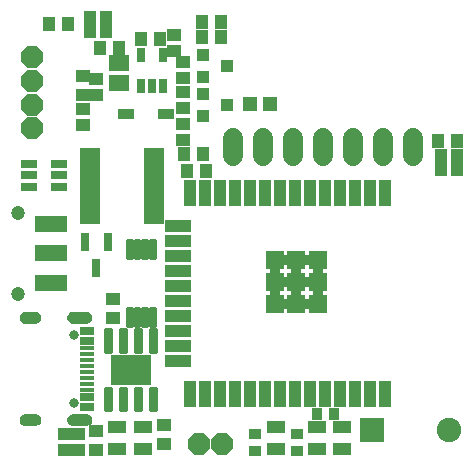
<source format=gbr>
G04 EAGLE Gerber RS-274X export*
G75*
%MOMM*%
%FSLAX34Y34*%
%LPD*%
%INSoldermask Top*%
%IPPOS*%
%AMOC8*
5,1,8,0,0,1.08239X$1,22.5*%
G01*
%ADD10R,1.303200X1.203200*%
%ADD11R,1.103200X2.203200*%
%ADD12R,2.203200X1.103200*%
%ADD13R,1.533200X1.533200*%
%ADD14C,0.911200*%
%ADD15R,1.103200X1.153200*%
%ADD16R,0.853200X1.103200*%
%ADD17R,1.603200X1.103200*%
%ADD18R,1.103200X1.003200*%
%ADD19R,1.003200X1.143200*%
%ADD20R,1.729200X0.638200*%
%ADD21R,1.103200X0.853200*%
%ADD22R,1.143200X1.003200*%
%ADD23R,2.703200X1.403200*%
%ADD24C,1.203200*%
%ADD25R,1.403200X0.753200*%
%ADD26C,0.301600*%
%ADD27C,0.353406*%
%ADD28R,3.505200X2.616200*%
%ADD29R,1.240000X0.400000*%
%ADD30R,1.240000X0.700000*%
%ADD31C,0.803200*%
%ADD32R,1.153200X1.103200*%
%ADD33R,1.413200X0.933200*%
%ADD34R,0.762000X1.524000*%
%ADD35R,0.711200X1.524000*%
%ADD36C,1.727200*%
%ADD37P,2.034460X8X22.500000*%
%ADD38P,2.034460X8X292.500000*%
%ADD39R,2.070100X2.070100*%
%ADD40C,2.070100*%
%ADD41R,0.753200X1.253200*%
%ADD42R,1.653200X1.403200*%
%ADD43R,1.103200X1.203200*%

G36*
X205953Y440653D02*
X205953Y440653D01*
X205956Y440651D01*
X207068Y440776D01*
X207074Y440782D01*
X207079Y440779D01*
X208136Y441149D01*
X208140Y441156D01*
X208146Y441153D01*
X209094Y441749D01*
X209097Y441757D01*
X209102Y441756D01*
X209894Y442548D01*
X209895Y442556D01*
X209901Y442556D01*
X210497Y443504D01*
X210496Y443513D01*
X210501Y443514D01*
X210871Y444571D01*
X210870Y444575D01*
X210872Y444577D01*
X210870Y444580D01*
X210874Y444582D01*
X210999Y445695D01*
X210995Y445701D01*
X210999Y445705D01*
X210886Y446808D01*
X210880Y446814D01*
X210884Y446819D01*
X210528Y447868D01*
X210521Y447873D01*
X210523Y447878D01*
X209943Y448823D01*
X209936Y448826D01*
X209936Y448832D01*
X209161Y449623D01*
X209152Y449625D01*
X209152Y449630D01*
X208219Y450230D01*
X208211Y450229D01*
X208210Y450234D01*
X207167Y450611D01*
X207159Y450609D01*
X207156Y450614D01*
X206056Y450749D01*
X206053Y450747D01*
X206052Y450747D01*
X206050Y450749D01*
X195050Y450749D01*
X195047Y450747D01*
X195045Y450749D01*
X193920Y450634D01*
X193914Y450628D01*
X193909Y450631D01*
X192838Y450268D01*
X192834Y450261D01*
X192828Y450264D01*
X191865Y449671D01*
X191862Y449664D01*
X191856Y449665D01*
X191048Y448873D01*
X191047Y448865D01*
X191042Y448864D01*
X190430Y447913D01*
X190431Y447907D01*
X190427Y447904D01*
X190427Y447903D01*
X190426Y447903D01*
X190041Y446839D01*
X190044Y446831D01*
X190039Y446828D01*
X189901Y445706D01*
X189905Y445699D01*
X189901Y445695D01*
X190026Y444582D01*
X190032Y444576D01*
X190029Y444571D01*
X190399Y443514D01*
X190406Y443510D01*
X190403Y443504D01*
X190999Y442556D01*
X191007Y442553D01*
X191006Y442548D01*
X191798Y441756D01*
X191806Y441755D01*
X191806Y441749D01*
X192754Y441153D01*
X192763Y441154D01*
X192764Y441149D01*
X193821Y440779D01*
X193829Y440781D01*
X193832Y440776D01*
X194945Y440651D01*
X194948Y440653D01*
X194950Y440651D01*
X205950Y440651D01*
X205953Y440653D01*
G37*
G36*
X205953Y527153D02*
X205953Y527153D01*
X205956Y527151D01*
X207068Y527276D01*
X207074Y527282D01*
X207079Y527279D01*
X208136Y527649D01*
X208140Y527656D01*
X208146Y527653D01*
X209094Y528249D01*
X209097Y528257D01*
X209102Y528256D01*
X209894Y529048D01*
X209895Y529056D01*
X209901Y529056D01*
X210497Y530004D01*
X210496Y530013D01*
X210501Y530014D01*
X210871Y531071D01*
X210870Y531075D01*
X210872Y531077D01*
X210870Y531080D01*
X210874Y531082D01*
X210999Y532195D01*
X210995Y532202D01*
X210999Y532206D01*
X210874Y533318D01*
X210868Y533324D01*
X210871Y533329D01*
X210501Y534386D01*
X210495Y534390D01*
X210497Y534396D01*
X209901Y535344D01*
X209893Y535347D01*
X209894Y535352D01*
X209102Y536144D01*
X209094Y536145D01*
X209094Y536151D01*
X208146Y536747D01*
X208137Y536746D01*
X208136Y536751D01*
X207079Y537121D01*
X207071Y537119D01*
X207068Y537124D01*
X205956Y537249D01*
X205952Y537247D01*
X205950Y537249D01*
X194950Y537249D01*
X194947Y537247D01*
X194946Y537247D01*
X194945Y537249D01*
X193832Y537124D01*
X193826Y537118D01*
X193821Y537121D01*
X192764Y536751D01*
X192760Y536745D01*
X192754Y536747D01*
X191806Y536151D01*
X191803Y536143D01*
X191798Y536144D01*
X191006Y535352D01*
X191005Y535344D01*
X190999Y535344D01*
X190403Y534396D01*
X190404Y534387D01*
X190399Y534386D01*
X190029Y533329D01*
X190031Y533323D01*
X190027Y533320D01*
X190028Y533319D01*
X190026Y533318D01*
X189901Y532206D01*
X189905Y532198D01*
X189901Y532195D01*
X190026Y531082D01*
X190032Y531076D01*
X190029Y531071D01*
X190399Y530014D01*
X190406Y530010D01*
X190403Y530004D01*
X190999Y529056D01*
X191007Y529053D01*
X191006Y529048D01*
X191798Y528256D01*
X191806Y528255D01*
X191806Y528249D01*
X192754Y527653D01*
X192763Y527654D01*
X192764Y527649D01*
X193821Y527279D01*
X193829Y527281D01*
X193832Y527276D01*
X194945Y527151D01*
X194948Y527153D01*
X194950Y527151D01*
X205950Y527151D01*
X205953Y527153D01*
G37*
G36*
X162753Y527153D02*
X162753Y527153D01*
X162756Y527151D01*
X163868Y527276D01*
X163874Y527282D01*
X163879Y527279D01*
X164936Y527649D01*
X164940Y527656D01*
X164946Y527653D01*
X165894Y528249D01*
X165897Y528257D01*
X165902Y528256D01*
X166694Y529048D01*
X166695Y529056D01*
X166701Y529056D01*
X167297Y530004D01*
X167296Y530013D01*
X167301Y530014D01*
X167671Y531071D01*
X167670Y531075D01*
X167672Y531077D01*
X167670Y531080D01*
X167674Y531082D01*
X167799Y532195D01*
X167795Y532202D01*
X167799Y532206D01*
X167674Y533318D01*
X167668Y533324D01*
X167671Y533329D01*
X167301Y534386D01*
X167295Y534390D01*
X167297Y534396D01*
X166701Y535344D01*
X166693Y535347D01*
X166694Y535352D01*
X165902Y536144D01*
X165894Y536145D01*
X165894Y536151D01*
X164946Y536747D01*
X164937Y536746D01*
X164936Y536751D01*
X163879Y537121D01*
X163871Y537119D01*
X163868Y537124D01*
X162756Y537249D01*
X162752Y537247D01*
X162750Y537249D01*
X154750Y537249D01*
X154747Y537247D01*
X154746Y537247D01*
X154745Y537249D01*
X153632Y537124D01*
X153626Y537118D01*
X153621Y537121D01*
X152564Y536751D01*
X152560Y536745D01*
X152554Y536747D01*
X151606Y536151D01*
X151603Y536143D01*
X151598Y536144D01*
X150806Y535352D01*
X150805Y535344D01*
X150799Y535344D01*
X150203Y534396D01*
X150204Y534387D01*
X150199Y534386D01*
X149829Y533329D01*
X149831Y533323D01*
X149827Y533320D01*
X149828Y533319D01*
X149826Y533318D01*
X149701Y532206D01*
X149705Y532198D01*
X149701Y532195D01*
X149826Y531082D01*
X149832Y531076D01*
X149829Y531071D01*
X150199Y530014D01*
X150206Y530010D01*
X150203Y530004D01*
X150799Y529056D01*
X150807Y529053D01*
X150806Y529048D01*
X151598Y528256D01*
X151606Y528255D01*
X151606Y528249D01*
X152554Y527653D01*
X152563Y527654D01*
X152564Y527649D01*
X153621Y527279D01*
X153629Y527281D01*
X153632Y527276D01*
X154745Y527151D01*
X154748Y527153D01*
X154750Y527151D01*
X162750Y527151D01*
X162753Y527153D01*
G37*
G36*
X162753Y440653D02*
X162753Y440653D01*
X162756Y440651D01*
X163868Y440776D01*
X163874Y440782D01*
X163879Y440779D01*
X164936Y441149D01*
X164940Y441156D01*
X164946Y441153D01*
X165894Y441749D01*
X165897Y441757D01*
X165902Y441756D01*
X166694Y442548D01*
X166695Y442556D01*
X166701Y442556D01*
X167297Y443504D01*
X167296Y443513D01*
X167301Y443514D01*
X167671Y444571D01*
X167670Y444575D01*
X167672Y444577D01*
X167670Y444580D01*
X167674Y444582D01*
X167799Y445695D01*
X167795Y445702D01*
X167799Y445706D01*
X167674Y446818D01*
X167668Y446824D01*
X167671Y446829D01*
X167301Y447886D01*
X167295Y447890D01*
X167297Y447896D01*
X166701Y448844D01*
X166693Y448847D01*
X166694Y448852D01*
X165902Y449644D01*
X165894Y449645D01*
X165894Y449651D01*
X164946Y450247D01*
X164937Y450246D01*
X164936Y450251D01*
X163879Y450621D01*
X163871Y450619D01*
X163868Y450624D01*
X162756Y450749D01*
X162752Y450747D01*
X162750Y450749D01*
X154750Y450749D01*
X154747Y450747D01*
X154746Y450747D01*
X154745Y450749D01*
X153632Y450624D01*
X153626Y450618D01*
X153621Y450621D01*
X152564Y450251D01*
X152560Y450245D01*
X152554Y450247D01*
X151606Y449651D01*
X151603Y449643D01*
X151598Y449644D01*
X150806Y448852D01*
X150805Y448844D01*
X150799Y448844D01*
X150203Y447896D01*
X150204Y447887D01*
X150199Y447886D01*
X149829Y446829D01*
X149831Y446823D01*
X149827Y446820D01*
X149828Y446819D01*
X149826Y446818D01*
X149701Y445706D01*
X149705Y445698D01*
X149701Y445695D01*
X149826Y444582D01*
X149832Y444576D01*
X149829Y444571D01*
X150199Y443514D01*
X150206Y443510D01*
X150203Y443504D01*
X150799Y442556D01*
X150807Y442553D01*
X150806Y442548D01*
X151598Y441756D01*
X151606Y441755D01*
X151606Y441749D01*
X152554Y441153D01*
X152563Y441154D01*
X152564Y441149D01*
X153621Y440779D01*
X153629Y440781D01*
X153632Y440776D01*
X154745Y440651D01*
X154748Y440653D01*
X154750Y440651D01*
X162750Y440651D01*
X162753Y440653D01*
G37*
D10*
X344950Y712980D03*
X361950Y712980D03*
D11*
X459000Y637450D03*
X446300Y637450D03*
X433600Y637450D03*
X420900Y637450D03*
X408200Y637450D03*
X395500Y637450D03*
X382800Y637450D03*
X370100Y637450D03*
X357400Y637450D03*
X344700Y637450D03*
X332000Y637450D03*
X319300Y637450D03*
X306600Y637450D03*
X293900Y637450D03*
D12*
X283900Y609600D03*
X283900Y596900D03*
X283900Y584200D03*
X283900Y571500D03*
X283900Y558800D03*
X283900Y546100D03*
X283900Y533400D03*
X283900Y520700D03*
X283900Y508000D03*
X283900Y495300D03*
D11*
X293900Y467450D03*
X306600Y467450D03*
X319300Y467450D03*
X332000Y467450D03*
X344700Y467450D03*
X357400Y467450D03*
X370100Y467450D03*
X382800Y467450D03*
X395500Y467450D03*
X408200Y467450D03*
X420900Y467450D03*
X433600Y467450D03*
X446300Y467450D03*
X459000Y467450D03*
D13*
X402350Y580800D03*
X402350Y562450D03*
X402350Y544100D03*
X384000Y580800D03*
X384000Y562450D03*
X384000Y544100D03*
X365650Y580800D03*
X365650Y562450D03*
X365650Y544100D03*
D14*
X402350Y571625D03*
X402350Y553275D03*
X393175Y580800D03*
X393175Y562450D03*
X393175Y544100D03*
X384000Y571625D03*
X384000Y553275D03*
X374825Y580800D03*
X374825Y562450D03*
X374825Y544100D03*
X365650Y571625D03*
X365650Y553275D03*
D15*
X320420Y769620D03*
X304420Y769620D03*
X519810Y681990D03*
X503810Y681990D03*
X320420Y782320D03*
X304420Y782320D03*
D16*
X401690Y450850D03*
X416190Y450850D03*
D17*
X422910Y421030D03*
X422910Y440030D03*
D18*
X304960Y721970D03*
X304960Y702970D03*
X324960Y712470D03*
X304960Y754990D03*
X304960Y735990D03*
X324960Y745490D03*
D19*
X506380Y657860D03*
X519780Y657860D03*
X506380Y669290D03*
X519780Y669290D03*
D20*
X209100Y672470D03*
X209100Y666110D03*
X209100Y659770D03*
X209100Y653410D03*
X209100Y647070D03*
X209100Y640710D03*
X209100Y634370D03*
X209100Y628010D03*
X209100Y621670D03*
X209100Y615310D03*
X263340Y615310D03*
X263340Y621670D03*
X263340Y628010D03*
X263340Y634370D03*
X263340Y640710D03*
X263340Y647070D03*
X263340Y653410D03*
X263340Y659770D03*
X263340Y666110D03*
X263340Y672470D03*
D21*
X349250Y419470D03*
X349250Y433970D03*
X384810Y419470D03*
X384810Y433970D03*
D17*
X367030Y421030D03*
X367030Y440030D03*
X401320Y421030D03*
X401320Y440030D03*
D22*
X288290Y722980D03*
X288290Y709580D03*
X187960Y433420D03*
X187960Y420020D03*
X199390Y420020D03*
X199390Y433420D03*
D23*
X176090Y611740D03*
X176090Y586740D03*
X176090Y561740D03*
D24*
X148590Y620740D03*
X148590Y552740D03*
D25*
X157180Y662280D03*
X157180Y652780D03*
X157180Y643280D03*
X183180Y643280D03*
X183180Y662280D03*
X183180Y652780D03*
D26*
X260972Y597448D02*
X260972Y582832D01*
X260972Y597448D02*
X263988Y597448D01*
X263988Y582832D01*
X260972Y582832D01*
X260972Y585697D02*
X263988Y585697D01*
X263988Y588562D02*
X260972Y588562D01*
X260972Y591427D02*
X263988Y591427D01*
X263988Y594292D02*
X260972Y594292D01*
X260972Y597157D02*
X263988Y597157D01*
X254472Y597448D02*
X254472Y582832D01*
X254472Y597448D02*
X257488Y597448D01*
X257488Y582832D01*
X254472Y582832D01*
X254472Y585697D02*
X257488Y585697D01*
X257488Y588562D02*
X254472Y588562D01*
X254472Y591427D02*
X257488Y591427D01*
X257488Y594292D02*
X254472Y594292D01*
X254472Y597157D02*
X257488Y597157D01*
X247972Y597448D02*
X247972Y582832D01*
X247972Y597448D02*
X250988Y597448D01*
X250988Y582832D01*
X247972Y582832D01*
X247972Y585697D02*
X250988Y585697D01*
X250988Y588562D02*
X247972Y588562D01*
X247972Y591427D02*
X250988Y591427D01*
X250988Y594292D02*
X247972Y594292D01*
X247972Y597157D02*
X250988Y597157D01*
X241472Y597448D02*
X241472Y582832D01*
X241472Y597448D02*
X244488Y597448D01*
X244488Y582832D01*
X241472Y582832D01*
X241472Y585697D02*
X244488Y585697D01*
X244488Y588562D02*
X241472Y588562D01*
X241472Y591427D02*
X244488Y591427D01*
X244488Y594292D02*
X241472Y594292D01*
X241472Y597157D02*
X244488Y597157D01*
X241472Y539848D02*
X241472Y525232D01*
X241472Y539848D02*
X244488Y539848D01*
X244488Y525232D01*
X241472Y525232D01*
X241472Y528097D02*
X244488Y528097D01*
X244488Y530962D02*
X241472Y530962D01*
X241472Y533827D02*
X244488Y533827D01*
X244488Y536692D02*
X241472Y536692D01*
X241472Y539557D02*
X244488Y539557D01*
X247972Y539848D02*
X247972Y525232D01*
X247972Y539848D02*
X250988Y539848D01*
X250988Y525232D01*
X247972Y525232D01*
X247972Y528097D02*
X250988Y528097D01*
X250988Y530962D02*
X247972Y530962D01*
X247972Y533827D02*
X250988Y533827D01*
X250988Y536692D02*
X247972Y536692D01*
X247972Y539557D02*
X250988Y539557D01*
X254472Y539848D02*
X254472Y525232D01*
X254472Y539848D02*
X257488Y539848D01*
X257488Y525232D01*
X254472Y525232D01*
X254472Y528097D02*
X257488Y528097D01*
X257488Y530962D02*
X254472Y530962D01*
X254472Y533827D02*
X257488Y533827D01*
X257488Y536692D02*
X254472Y536692D01*
X254472Y539557D02*
X257488Y539557D01*
X260972Y539848D02*
X260972Y525232D01*
X260972Y539848D02*
X263988Y539848D01*
X263988Y525232D01*
X260972Y525232D01*
X260972Y528097D02*
X263988Y528097D01*
X263988Y530962D02*
X260972Y530962D01*
X260972Y533827D02*
X263988Y533827D01*
X263988Y536692D02*
X260972Y536692D01*
X260972Y539557D02*
X263988Y539557D01*
D27*
X227039Y472029D02*
X227039Y453831D01*
X222541Y453831D01*
X222541Y472029D01*
X227039Y472029D01*
X227039Y457188D02*
X222541Y457188D01*
X222541Y460545D02*
X227039Y460545D01*
X227039Y463902D02*
X222541Y463902D01*
X222541Y467259D02*
X227039Y467259D01*
X227039Y470616D02*
X222541Y470616D01*
X239739Y472029D02*
X239739Y453831D01*
X235241Y453831D01*
X235241Y472029D01*
X239739Y472029D01*
X239739Y457188D02*
X235241Y457188D01*
X235241Y460545D02*
X239739Y460545D01*
X239739Y463902D02*
X235241Y463902D01*
X235241Y467259D02*
X239739Y467259D01*
X239739Y470616D02*
X235241Y470616D01*
X252439Y472029D02*
X252439Y453831D01*
X247941Y453831D01*
X247941Y472029D01*
X252439Y472029D01*
X252439Y457188D02*
X247941Y457188D01*
X247941Y460545D02*
X252439Y460545D01*
X252439Y463902D02*
X247941Y463902D01*
X247941Y467259D02*
X252439Y467259D01*
X252439Y470616D02*
X247941Y470616D01*
X265139Y472029D02*
X265139Y453831D01*
X260641Y453831D01*
X260641Y472029D01*
X265139Y472029D01*
X265139Y457188D02*
X260641Y457188D01*
X260641Y460545D02*
X265139Y460545D01*
X265139Y463902D02*
X260641Y463902D01*
X260641Y467259D02*
X265139Y467259D01*
X265139Y470616D02*
X260641Y470616D01*
X265139Y503331D02*
X265139Y521529D01*
X265139Y503331D02*
X260641Y503331D01*
X260641Y521529D01*
X265139Y521529D01*
X265139Y506688D02*
X260641Y506688D01*
X260641Y510045D02*
X265139Y510045D01*
X265139Y513402D02*
X260641Y513402D01*
X260641Y516759D02*
X265139Y516759D01*
X265139Y520116D02*
X260641Y520116D01*
X252439Y521529D02*
X252439Y503331D01*
X247941Y503331D01*
X247941Y521529D01*
X252439Y521529D01*
X252439Y506688D02*
X247941Y506688D01*
X247941Y510045D02*
X252439Y510045D01*
X252439Y513402D02*
X247941Y513402D01*
X247941Y516759D02*
X252439Y516759D01*
X252439Y520116D02*
X247941Y520116D01*
X239739Y521529D02*
X239739Y503331D01*
X235241Y503331D01*
X235241Y521529D01*
X239739Y521529D01*
X239739Y506688D02*
X235241Y506688D01*
X235241Y510045D02*
X239739Y510045D01*
X239739Y513402D02*
X235241Y513402D01*
X235241Y516759D02*
X239739Y516759D01*
X239739Y520116D02*
X235241Y520116D01*
X227039Y521529D02*
X227039Y503331D01*
X222541Y503331D01*
X222541Y521529D01*
X227039Y521529D01*
X227039Y506688D02*
X222541Y506688D01*
X222541Y510045D02*
X227039Y510045D01*
X227039Y513402D02*
X222541Y513402D01*
X222541Y516759D02*
X227039Y516759D01*
X227039Y520116D02*
X222541Y520116D01*
D28*
X243840Y487680D03*
D29*
X206250Y506450D03*
X206250Y501450D03*
X206250Y496450D03*
X206250Y471450D03*
X206250Y476450D03*
X206250Y481450D03*
X206250Y491450D03*
X206250Y486450D03*
D30*
X206250Y520950D03*
X206250Y456950D03*
X206250Y512950D03*
X206250Y464950D03*
D31*
X195550Y517850D03*
X195550Y460050D03*
D32*
X271780Y441070D03*
X271780Y425070D03*
D17*
X232410Y421030D03*
X232410Y440030D03*
X254000Y421030D03*
X254000Y440030D03*
D32*
X214630Y435990D03*
X214630Y419990D03*
X228600Y531750D03*
X228600Y547750D03*
D33*
X239740Y704850D03*
X273340Y704850D03*
D34*
X224028Y596392D03*
X205232Y596392D03*
D35*
X214630Y574548D03*
D19*
X209200Y786130D03*
X222600Y786130D03*
X209200Y774700D03*
X222600Y774700D03*
D22*
X288290Y696310D03*
X288290Y682910D03*
X288290Y748380D03*
X288290Y734980D03*
D32*
X203200Y720980D03*
X203200Y736980D03*
D22*
X203200Y695610D03*
X203200Y709010D03*
D15*
X174880Y781050D03*
X190880Y781050D03*
D22*
X214630Y721010D03*
X214630Y734410D03*
D36*
X482600Y684530D02*
X482600Y669290D01*
X457200Y669290D02*
X457200Y684530D01*
X431800Y684530D02*
X431800Y669290D01*
X406400Y669290D02*
X406400Y684530D01*
X381000Y684530D02*
X381000Y669290D01*
X355600Y669290D02*
X355600Y684530D01*
X330200Y684530D02*
X330200Y669290D01*
D37*
X301150Y425450D03*
X321150Y425450D03*
D38*
X160020Y752630D03*
X160020Y732630D03*
X160020Y712630D03*
X160020Y692630D03*
D39*
X448056Y436880D03*
D40*
X513080Y436880D03*
D41*
X252120Y728680D03*
X261620Y728680D03*
X271120Y728680D03*
X271120Y754680D03*
X252120Y754680D03*
D22*
X280670Y771240D03*
X280670Y757840D03*
D42*
X233680Y730640D03*
X233680Y747640D03*
D15*
X252350Y768350D03*
X268350Y768350D03*
D43*
X218060Y760730D03*
X234060Y760730D03*
D15*
X291720Y656590D03*
X307720Y656590D03*
D43*
X305180Y670560D03*
X289180Y670560D03*
M02*

</source>
